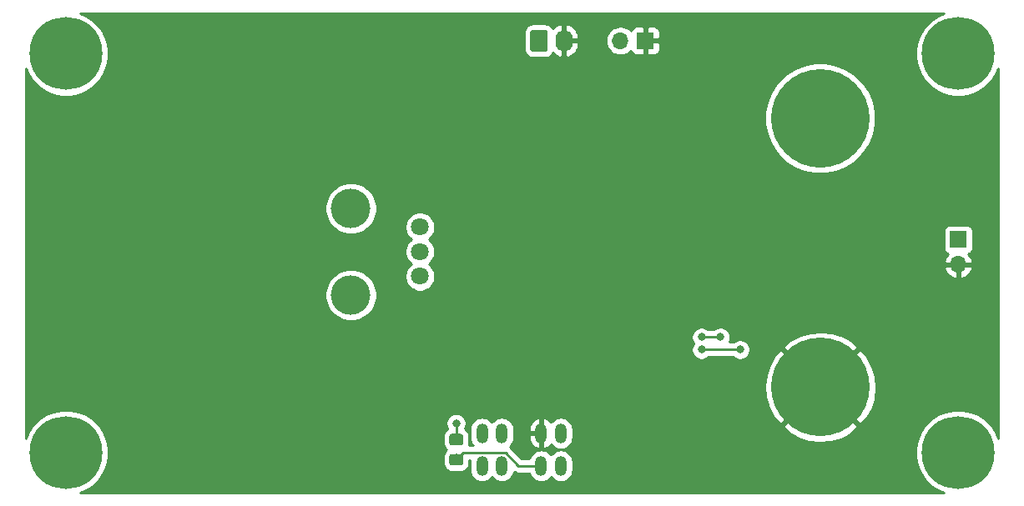
<source format=gbr>
G04 #@! TF.GenerationSoftware,KiCad,Pcbnew,(5.1.2-1)-1*
G04 #@! TF.CreationDate,2020-01-22T21:35:12+01:00*
G04 #@! TF.ProjectId,CCLoad,43434c6f-6164-42e6-9b69-6361645f7063,rev?*
G04 #@! TF.SameCoordinates,Original*
G04 #@! TF.FileFunction,Copper,L1,Top*
G04 #@! TF.FilePolarity,Positive*
%FSLAX46Y46*%
G04 Gerber Fmt 4.6, Leading zero omitted, Abs format (unit mm)*
G04 Created by KiCad (PCBNEW (5.1.2-1)-1) date 2020-01-22 21:35:12*
%MOMM*%
%LPD*%
G04 APERTURE LIST*
%ADD10C,10.000000*%
%ADD11O,1.200000X2.000000*%
%ADD12C,4.000000*%
%ADD13C,1.800000*%
%ADD14O,1.700000X1.700000*%
%ADD15R,1.700000X1.700000*%
%ADD16O,1.740000X2.200000*%
%ADD17C,0.100000*%
%ADD18C,1.740000*%
%ADD19C,7.400000*%
%ADD20C,1.150000*%
%ADD21C,0.800000*%
%ADD22C,0.250000*%
%ADD23C,0.254000*%
G04 APERTURE END LIST*
D10*
X182880000Y-116205000D03*
X182840000Y-88900000D03*
D11*
X148540000Y-120890000D03*
X148540000Y-124190000D03*
X150540000Y-120890000D03*
X150540000Y-124190000D03*
X154540000Y-120890000D03*
X154540000Y-124190000D03*
X156540000Y-120890000D03*
X156540000Y-124190000D03*
D12*
X135240000Y-98049000D03*
X135240000Y-106849000D03*
D13*
X142240000Y-99949000D03*
X142240000Y-102449000D03*
X142240000Y-104949000D03*
D14*
X162560000Y-81026000D03*
D15*
X165100000Y-81026000D03*
D16*
X156845000Y-81026000D03*
D17*
G36*
X154949505Y-79927204D02*
G01*
X154973773Y-79930804D01*
X154997572Y-79936765D01*
X155020671Y-79945030D01*
X155042850Y-79955520D01*
X155063893Y-79968132D01*
X155083599Y-79982747D01*
X155101777Y-79999223D01*
X155118253Y-80017401D01*
X155132868Y-80037107D01*
X155145480Y-80058150D01*
X155155970Y-80080329D01*
X155164235Y-80103428D01*
X155170196Y-80127227D01*
X155173796Y-80151495D01*
X155175000Y-80175999D01*
X155175000Y-81876001D01*
X155173796Y-81900505D01*
X155170196Y-81924773D01*
X155164235Y-81948572D01*
X155155970Y-81971671D01*
X155145480Y-81993850D01*
X155132868Y-82014893D01*
X155118253Y-82034599D01*
X155101777Y-82052777D01*
X155083599Y-82069253D01*
X155063893Y-82083868D01*
X155042850Y-82096480D01*
X155020671Y-82106970D01*
X154997572Y-82115235D01*
X154973773Y-82121196D01*
X154949505Y-82124796D01*
X154925001Y-82126000D01*
X153684999Y-82126000D01*
X153660495Y-82124796D01*
X153636227Y-82121196D01*
X153612428Y-82115235D01*
X153589329Y-82106970D01*
X153567150Y-82096480D01*
X153546107Y-82083868D01*
X153526401Y-82069253D01*
X153508223Y-82052777D01*
X153491747Y-82034599D01*
X153477132Y-82014893D01*
X153464520Y-81993850D01*
X153454030Y-81971671D01*
X153445765Y-81948572D01*
X153439804Y-81924773D01*
X153436204Y-81900505D01*
X153435000Y-81876001D01*
X153435000Y-80175999D01*
X153436204Y-80151495D01*
X153439804Y-80127227D01*
X153445765Y-80103428D01*
X153454030Y-80080329D01*
X153464520Y-80058150D01*
X153477132Y-80037107D01*
X153491747Y-80017401D01*
X153508223Y-79999223D01*
X153526401Y-79982747D01*
X153546107Y-79968132D01*
X153567150Y-79955520D01*
X153589329Y-79945030D01*
X153612428Y-79936765D01*
X153636227Y-79930804D01*
X153660495Y-79927204D01*
X153684999Y-79926000D01*
X154925001Y-79926000D01*
X154949505Y-79927204D01*
X154949505Y-79927204D01*
G37*
D18*
X154305000Y-81026000D03*
D14*
X196850000Y-103759000D03*
D15*
X196850000Y-101219000D03*
D19*
X196830000Y-122840000D03*
X196830000Y-82340000D03*
X106330000Y-122840000D03*
X106330000Y-82340000D03*
D17*
G36*
X146397505Y-123006204D02*
G01*
X146421773Y-123009804D01*
X146445572Y-123015765D01*
X146468671Y-123024030D01*
X146490850Y-123034520D01*
X146511893Y-123047132D01*
X146531599Y-123061747D01*
X146549777Y-123078223D01*
X146566253Y-123096401D01*
X146580868Y-123116107D01*
X146593480Y-123137150D01*
X146603970Y-123159329D01*
X146612235Y-123182428D01*
X146618196Y-123206227D01*
X146621796Y-123230495D01*
X146623000Y-123254999D01*
X146623000Y-123905001D01*
X146621796Y-123929505D01*
X146618196Y-123953773D01*
X146612235Y-123977572D01*
X146603970Y-124000671D01*
X146593480Y-124022850D01*
X146580868Y-124043893D01*
X146566253Y-124063599D01*
X146549777Y-124081777D01*
X146531599Y-124098253D01*
X146511893Y-124112868D01*
X146490850Y-124125480D01*
X146468671Y-124135970D01*
X146445572Y-124144235D01*
X146421773Y-124150196D01*
X146397505Y-124153796D01*
X146373001Y-124155000D01*
X145472999Y-124155000D01*
X145448495Y-124153796D01*
X145424227Y-124150196D01*
X145400428Y-124144235D01*
X145377329Y-124135970D01*
X145355150Y-124125480D01*
X145334107Y-124112868D01*
X145314401Y-124098253D01*
X145296223Y-124081777D01*
X145279747Y-124063599D01*
X145265132Y-124043893D01*
X145252520Y-124022850D01*
X145242030Y-124000671D01*
X145233765Y-123977572D01*
X145227804Y-123953773D01*
X145224204Y-123929505D01*
X145223000Y-123905001D01*
X145223000Y-123254999D01*
X145224204Y-123230495D01*
X145227804Y-123206227D01*
X145233765Y-123182428D01*
X145242030Y-123159329D01*
X145252520Y-123137150D01*
X145265132Y-123116107D01*
X145279747Y-123096401D01*
X145296223Y-123078223D01*
X145314401Y-123061747D01*
X145334107Y-123047132D01*
X145355150Y-123034520D01*
X145377329Y-123024030D01*
X145400428Y-123015765D01*
X145424227Y-123009804D01*
X145448495Y-123006204D01*
X145472999Y-123005000D01*
X146373001Y-123005000D01*
X146397505Y-123006204D01*
X146397505Y-123006204D01*
G37*
D20*
X145923000Y-123580000D03*
D17*
G36*
X146397505Y-120956204D02*
G01*
X146421773Y-120959804D01*
X146445572Y-120965765D01*
X146468671Y-120974030D01*
X146490850Y-120984520D01*
X146511893Y-120997132D01*
X146531599Y-121011747D01*
X146549777Y-121028223D01*
X146566253Y-121046401D01*
X146580868Y-121066107D01*
X146593480Y-121087150D01*
X146603970Y-121109329D01*
X146612235Y-121132428D01*
X146618196Y-121156227D01*
X146621796Y-121180495D01*
X146623000Y-121204999D01*
X146623000Y-121855001D01*
X146621796Y-121879505D01*
X146618196Y-121903773D01*
X146612235Y-121927572D01*
X146603970Y-121950671D01*
X146593480Y-121972850D01*
X146580868Y-121993893D01*
X146566253Y-122013599D01*
X146549777Y-122031777D01*
X146531599Y-122048253D01*
X146511893Y-122062868D01*
X146490850Y-122075480D01*
X146468671Y-122085970D01*
X146445572Y-122094235D01*
X146421773Y-122100196D01*
X146397505Y-122103796D01*
X146373001Y-122105000D01*
X145472999Y-122105000D01*
X145448495Y-122103796D01*
X145424227Y-122100196D01*
X145400428Y-122094235D01*
X145377329Y-122085970D01*
X145355150Y-122075480D01*
X145334107Y-122062868D01*
X145314401Y-122048253D01*
X145296223Y-122031777D01*
X145279747Y-122013599D01*
X145265132Y-121993893D01*
X145252520Y-121972850D01*
X145242030Y-121950671D01*
X145233765Y-121927572D01*
X145227804Y-121903773D01*
X145224204Y-121879505D01*
X145223000Y-121855001D01*
X145223000Y-121204999D01*
X145224204Y-121180495D01*
X145227804Y-121156227D01*
X145233765Y-121132428D01*
X145242030Y-121109329D01*
X145252520Y-121087150D01*
X145265132Y-121066107D01*
X145279747Y-121046401D01*
X145296223Y-121028223D01*
X145314401Y-121011747D01*
X145334107Y-120997132D01*
X145355150Y-120984520D01*
X145377329Y-120974030D01*
X145400428Y-120965765D01*
X145424227Y-120959804D01*
X145448495Y-120956204D01*
X145472999Y-120955000D01*
X146373001Y-120955000D01*
X146397505Y-120956204D01*
X146397505Y-120956204D01*
G37*
D20*
X145923000Y-121530000D03*
D21*
X150241000Y-100203000D03*
X150241000Y-104775000D03*
X145923000Y-119888000D03*
X170815000Y-111125000D03*
X172719994Y-111125000D03*
X170815000Y-112395000D03*
X174715010Y-112394801D03*
D22*
X146638010Y-122864990D02*
X146546372Y-122956628D01*
X146546372Y-122956628D02*
X145923000Y-123580000D01*
X150923151Y-122864990D02*
X146638010Y-122864990D01*
X152248161Y-124190000D02*
X150923151Y-122864990D01*
X154540000Y-124190000D02*
X152248161Y-124190000D01*
X145923000Y-121530000D02*
X145923000Y-119888000D01*
X170815000Y-111125000D02*
X172719994Y-111125000D01*
X170815000Y-112395000D02*
X174714811Y-112395000D01*
X174714811Y-112395000D02*
X174715010Y-112394801D01*
D23*
G36*
X194776608Y-78498373D02*
G01*
X194066599Y-78972786D01*
X193462786Y-79576599D01*
X192988373Y-80286608D01*
X192661592Y-81075527D01*
X192495000Y-81913040D01*
X192495000Y-82766960D01*
X192661592Y-83604473D01*
X192988373Y-84393392D01*
X193462786Y-85103401D01*
X194066599Y-85707214D01*
X194776608Y-86181627D01*
X195565527Y-86508408D01*
X196403040Y-86675000D01*
X197256960Y-86675000D01*
X198094473Y-86508408D01*
X198883392Y-86181627D01*
X199593401Y-85707214D01*
X200197214Y-85103401D01*
X200671627Y-84393392D01*
X200920001Y-83793764D01*
X200920000Y-121386233D01*
X200671627Y-120786608D01*
X200197214Y-120076599D01*
X199593401Y-119472786D01*
X198883392Y-118998373D01*
X198094473Y-118671592D01*
X197256960Y-118505000D01*
X196403040Y-118505000D01*
X195565527Y-118671592D01*
X194776608Y-118998373D01*
X194066599Y-119472786D01*
X193462786Y-120076599D01*
X192988373Y-120786608D01*
X192661592Y-121575527D01*
X192495000Y-122413040D01*
X192495000Y-123266960D01*
X192661592Y-124104473D01*
X192988373Y-124893392D01*
X193462786Y-125603401D01*
X194066599Y-126207214D01*
X194776608Y-126681627D01*
X195376233Y-126930000D01*
X107783767Y-126930000D01*
X108383392Y-126681627D01*
X109093401Y-126207214D01*
X109697214Y-125603401D01*
X110171627Y-124893392D01*
X110498408Y-124104473D01*
X110665000Y-123266960D01*
X110665000Y-122413040D01*
X110498408Y-121575527D01*
X110344931Y-121204999D01*
X144584928Y-121204999D01*
X144584928Y-121855001D01*
X144601992Y-122028255D01*
X144652528Y-122194851D01*
X144734595Y-122348387D01*
X144845038Y-122482962D01*
X144932816Y-122555000D01*
X144845038Y-122627038D01*
X144734595Y-122761613D01*
X144652528Y-122915149D01*
X144601992Y-123081745D01*
X144584928Y-123254999D01*
X144584928Y-123905001D01*
X144601992Y-124078255D01*
X144652528Y-124244851D01*
X144734595Y-124398387D01*
X144845038Y-124532962D01*
X144979613Y-124643405D01*
X145133149Y-124725472D01*
X145299745Y-124776008D01*
X145472999Y-124793072D01*
X146373001Y-124793072D01*
X146546255Y-124776008D01*
X146712851Y-124725472D01*
X146866387Y-124643405D01*
X147000962Y-124532962D01*
X147111405Y-124398387D01*
X147193472Y-124244851D01*
X147244008Y-124078255D01*
X147261072Y-123905001D01*
X147261072Y-123624990D01*
X147315277Y-123624990D01*
X147305000Y-123729335D01*
X147305000Y-124650664D01*
X147322870Y-124832101D01*
X147393489Y-125064900D01*
X147508167Y-125279448D01*
X147662498Y-125467502D01*
X147850551Y-125621833D01*
X148065099Y-125736511D01*
X148297898Y-125807130D01*
X148540000Y-125830975D01*
X148782101Y-125807130D01*
X149014900Y-125736511D01*
X149229448Y-125621833D01*
X149417502Y-125467502D01*
X149540000Y-125318237D01*
X149662498Y-125467502D01*
X149850551Y-125621833D01*
X150065099Y-125736511D01*
X150297898Y-125807130D01*
X150540000Y-125830975D01*
X150782101Y-125807130D01*
X151014900Y-125736511D01*
X151229448Y-125621833D01*
X151417502Y-125467502D01*
X151571833Y-125279449D01*
X151686511Y-125064901D01*
X151757130Y-124832102D01*
X151762772Y-124774820D01*
X151823884Y-124824974D01*
X151869870Y-124849554D01*
X151955914Y-124895546D01*
X152099175Y-124939003D01*
X152210828Y-124950000D01*
X152210837Y-124950000D01*
X152248160Y-124953676D01*
X152285483Y-124950000D01*
X153358634Y-124950000D01*
X153393489Y-125064900D01*
X153508167Y-125279448D01*
X153662498Y-125467502D01*
X153850551Y-125621833D01*
X154065099Y-125736511D01*
X154297898Y-125807130D01*
X154540000Y-125830975D01*
X154782101Y-125807130D01*
X155014900Y-125736511D01*
X155229448Y-125621833D01*
X155417502Y-125467502D01*
X155540000Y-125318237D01*
X155662498Y-125467502D01*
X155850551Y-125621833D01*
X156065099Y-125736511D01*
X156297898Y-125807130D01*
X156540000Y-125830975D01*
X156782101Y-125807130D01*
X157014900Y-125736511D01*
X157229448Y-125621833D01*
X157417502Y-125467502D01*
X157571833Y-125279449D01*
X157686511Y-125064901D01*
X157757130Y-124832102D01*
X157775000Y-124650665D01*
X157775000Y-123729336D01*
X157757130Y-123547899D01*
X157686511Y-123315099D01*
X157571833Y-123100551D01*
X157417502Y-122912498D01*
X157229449Y-122758167D01*
X157014901Y-122643489D01*
X156782102Y-122572870D01*
X156540000Y-122549025D01*
X156297899Y-122572870D01*
X156065100Y-122643489D01*
X155850552Y-122758167D01*
X155662499Y-122912498D01*
X155540001Y-123061763D01*
X155417502Y-122912498D01*
X155229449Y-122758167D01*
X155014901Y-122643489D01*
X154782102Y-122572870D01*
X154540000Y-122549025D01*
X154297899Y-122572870D01*
X154065100Y-122643489D01*
X153850552Y-122758167D01*
X153662499Y-122912498D01*
X153508168Y-123100551D01*
X153393489Y-123315099D01*
X153358634Y-123430000D01*
X152562963Y-123430000D01*
X151486955Y-122353993D01*
X151463152Y-122324989D01*
X151347427Y-122230016D01*
X151343734Y-122228042D01*
X151417502Y-122167502D01*
X151571833Y-121979449D01*
X151686511Y-121764901D01*
X151757130Y-121532102D01*
X151775000Y-121350665D01*
X151775000Y-121017000D01*
X153305000Y-121017000D01*
X153305000Y-121417000D01*
X153353507Y-121655496D01*
X153447610Y-121879946D01*
X153583693Y-122081725D01*
X153756526Y-122253078D01*
X153959467Y-122387421D01*
X154184718Y-122479591D01*
X154222391Y-122483462D01*
X154413000Y-122358731D01*
X154413000Y-121017000D01*
X153305000Y-121017000D01*
X151775000Y-121017000D01*
X151775000Y-120429336D01*
X151768467Y-120363000D01*
X153305000Y-120363000D01*
X153305000Y-120763000D01*
X154413000Y-120763000D01*
X154413000Y-119421269D01*
X154667000Y-119421269D01*
X154667000Y-120763000D01*
X154687000Y-120763000D01*
X154687000Y-121017000D01*
X154667000Y-121017000D01*
X154667000Y-122358731D01*
X154857609Y-122483462D01*
X154895282Y-122479591D01*
X155120533Y-122387421D01*
X155323474Y-122253078D01*
X155496307Y-122081725D01*
X155539519Y-122017651D01*
X155662498Y-122167502D01*
X155850551Y-122321833D01*
X156065099Y-122436511D01*
X156297898Y-122507130D01*
X156540000Y-122530975D01*
X156782101Y-122507130D01*
X157014900Y-122436511D01*
X157229448Y-122321833D01*
X157417502Y-122167502D01*
X157571833Y-121979449D01*
X157686511Y-121764901D01*
X157757130Y-121532102D01*
X157775000Y-121350665D01*
X157775000Y-120429336D01*
X157757130Y-120247899D01*
X157738153Y-120185339D01*
X179079266Y-120185339D01*
X179655387Y-120859365D01*
X180625368Y-121399024D01*
X181681994Y-121739079D01*
X182784659Y-121866462D01*
X183890987Y-121776279D01*
X184958464Y-121471994D01*
X185946067Y-120965302D01*
X186104613Y-120859365D01*
X186680734Y-120185339D01*
X182880000Y-116384605D01*
X179079266Y-120185339D01*
X157738153Y-120185339D01*
X157686511Y-120015099D01*
X157571833Y-119800551D01*
X157417502Y-119612498D01*
X157229449Y-119458167D01*
X157014901Y-119343489D01*
X156782102Y-119272870D01*
X156540000Y-119249025D01*
X156297899Y-119272870D01*
X156065100Y-119343489D01*
X155850552Y-119458167D01*
X155662499Y-119612498D01*
X155539520Y-119762349D01*
X155496307Y-119698275D01*
X155323474Y-119526922D01*
X155120533Y-119392579D01*
X154895282Y-119300409D01*
X154857609Y-119296538D01*
X154667000Y-119421269D01*
X154413000Y-119421269D01*
X154222391Y-119296538D01*
X154184718Y-119300409D01*
X153959467Y-119392579D01*
X153756526Y-119526922D01*
X153583693Y-119698275D01*
X153447610Y-119900054D01*
X153353507Y-120124504D01*
X153305000Y-120363000D01*
X151768467Y-120363000D01*
X151757130Y-120247899D01*
X151686511Y-120015099D01*
X151571833Y-119800551D01*
X151417502Y-119612498D01*
X151229449Y-119458167D01*
X151014901Y-119343489D01*
X150782102Y-119272870D01*
X150540000Y-119249025D01*
X150297899Y-119272870D01*
X150065100Y-119343489D01*
X149850552Y-119458167D01*
X149662499Y-119612498D01*
X149540001Y-119761763D01*
X149417502Y-119612498D01*
X149229449Y-119458167D01*
X149014901Y-119343489D01*
X148782102Y-119272870D01*
X148540000Y-119249025D01*
X148297899Y-119272870D01*
X148065100Y-119343489D01*
X147850552Y-119458167D01*
X147662499Y-119612498D01*
X147508168Y-119800551D01*
X147393489Y-120015099D01*
X147322870Y-120247898D01*
X147305000Y-120429335D01*
X147305000Y-121350664D01*
X147322870Y-121532101D01*
X147393489Y-121764900D01*
X147508167Y-121979448D01*
X147611196Y-122104990D01*
X147220731Y-122104990D01*
X147244008Y-122028255D01*
X147261072Y-121855001D01*
X147261072Y-121204999D01*
X147244008Y-121031745D01*
X147193472Y-120865149D01*
X147111405Y-120711613D01*
X147000962Y-120577038D01*
X146866387Y-120466595D01*
X146803602Y-120433036D01*
X146840205Y-120378256D01*
X146918226Y-120189898D01*
X146958000Y-119989939D01*
X146958000Y-119786061D01*
X146918226Y-119586102D01*
X146840205Y-119397744D01*
X146726937Y-119228226D01*
X146582774Y-119084063D01*
X146413256Y-118970795D01*
X146224898Y-118892774D01*
X146024939Y-118853000D01*
X145821061Y-118853000D01*
X145621102Y-118892774D01*
X145432744Y-118970795D01*
X145263226Y-119084063D01*
X145119063Y-119228226D01*
X145005795Y-119397744D01*
X144927774Y-119586102D01*
X144888000Y-119786061D01*
X144888000Y-119989939D01*
X144927774Y-120189898D01*
X145005795Y-120378256D01*
X145042398Y-120433036D01*
X144979613Y-120466595D01*
X144845038Y-120577038D01*
X144734595Y-120711613D01*
X144652528Y-120865149D01*
X144601992Y-121031745D01*
X144584928Y-121204999D01*
X110344931Y-121204999D01*
X110171627Y-120786608D01*
X109697214Y-120076599D01*
X109093401Y-119472786D01*
X108383392Y-118998373D01*
X107594473Y-118671592D01*
X106756960Y-118505000D01*
X105903040Y-118505000D01*
X105065527Y-118671592D01*
X104276608Y-118998373D01*
X103566599Y-119472786D01*
X102962786Y-120076599D01*
X102488373Y-120786608D01*
X102240000Y-121386233D01*
X102240000Y-116109659D01*
X177218538Y-116109659D01*
X177308721Y-117215987D01*
X177613006Y-118283464D01*
X178119698Y-119271067D01*
X178225635Y-119429613D01*
X178899661Y-120005734D01*
X182700395Y-116205000D01*
X183059605Y-116205000D01*
X186860339Y-120005734D01*
X187534365Y-119429613D01*
X188074024Y-118459632D01*
X188414079Y-117403006D01*
X188541462Y-116300341D01*
X188451279Y-115194013D01*
X188146994Y-114126536D01*
X187640302Y-113138933D01*
X187534365Y-112980387D01*
X186860339Y-112404266D01*
X183059605Y-116205000D01*
X182700395Y-116205000D01*
X178899661Y-112404266D01*
X178225635Y-112980387D01*
X177685976Y-113950368D01*
X177345921Y-115006994D01*
X177218538Y-116109659D01*
X102240000Y-116109659D01*
X102240000Y-111023061D01*
X169780000Y-111023061D01*
X169780000Y-111226939D01*
X169819774Y-111426898D01*
X169897795Y-111615256D01*
X169994510Y-111760000D01*
X169897795Y-111904744D01*
X169819774Y-112093102D01*
X169780000Y-112293061D01*
X169780000Y-112496939D01*
X169819774Y-112696898D01*
X169897795Y-112885256D01*
X170011063Y-113054774D01*
X170155226Y-113198937D01*
X170324744Y-113312205D01*
X170513102Y-113390226D01*
X170713061Y-113430000D01*
X170916939Y-113430000D01*
X171116898Y-113390226D01*
X171305256Y-113312205D01*
X171474774Y-113198937D01*
X171518711Y-113155000D01*
X174011498Y-113155000D01*
X174055236Y-113198738D01*
X174224754Y-113312006D01*
X174413112Y-113390027D01*
X174613071Y-113429801D01*
X174816949Y-113429801D01*
X175016908Y-113390027D01*
X175205266Y-113312006D01*
X175374784Y-113198738D01*
X175518947Y-113054575D01*
X175632215Y-112885057D01*
X175710236Y-112696699D01*
X175750010Y-112496740D01*
X175750010Y-112292862D01*
X175736445Y-112224661D01*
X179079266Y-112224661D01*
X182880000Y-116025395D01*
X186680734Y-112224661D01*
X186104613Y-111550635D01*
X185134632Y-111010976D01*
X184078006Y-110670921D01*
X182975341Y-110543538D01*
X181869013Y-110633721D01*
X180801536Y-110938006D01*
X179813933Y-111444698D01*
X179655387Y-111550635D01*
X179079266Y-112224661D01*
X175736445Y-112224661D01*
X175710236Y-112092903D01*
X175632215Y-111904545D01*
X175518947Y-111735027D01*
X175374784Y-111590864D01*
X175205266Y-111477596D01*
X175016908Y-111399575D01*
X174816949Y-111359801D01*
X174613071Y-111359801D01*
X174413112Y-111399575D01*
X174224754Y-111477596D01*
X174055236Y-111590864D01*
X174011100Y-111635000D01*
X173624007Y-111635000D01*
X173637199Y-111615256D01*
X173715220Y-111426898D01*
X173754994Y-111226939D01*
X173754994Y-111023061D01*
X173715220Y-110823102D01*
X173637199Y-110634744D01*
X173523931Y-110465226D01*
X173379768Y-110321063D01*
X173210250Y-110207795D01*
X173021892Y-110129774D01*
X172821933Y-110090000D01*
X172618055Y-110090000D01*
X172418096Y-110129774D01*
X172229738Y-110207795D01*
X172060220Y-110321063D01*
X172016283Y-110365000D01*
X171518711Y-110365000D01*
X171474774Y-110321063D01*
X171305256Y-110207795D01*
X171116898Y-110129774D01*
X170916939Y-110090000D01*
X170713061Y-110090000D01*
X170513102Y-110129774D01*
X170324744Y-110207795D01*
X170155226Y-110321063D01*
X170011063Y-110465226D01*
X169897795Y-110634744D01*
X169819774Y-110823102D01*
X169780000Y-111023061D01*
X102240000Y-111023061D01*
X102240000Y-106589475D01*
X132605000Y-106589475D01*
X132605000Y-107108525D01*
X132706261Y-107617601D01*
X132904893Y-108097141D01*
X133193262Y-108528715D01*
X133560285Y-108895738D01*
X133991859Y-109184107D01*
X134471399Y-109382739D01*
X134980475Y-109484000D01*
X135499525Y-109484000D01*
X136008601Y-109382739D01*
X136488141Y-109184107D01*
X136919715Y-108895738D01*
X137286738Y-108528715D01*
X137575107Y-108097141D01*
X137773739Y-107617601D01*
X137875000Y-107108525D01*
X137875000Y-106589475D01*
X137773739Y-106080399D01*
X137575107Y-105600859D01*
X137286738Y-105169285D01*
X136919715Y-104802262D01*
X136488141Y-104513893D01*
X136008601Y-104315261D01*
X135499525Y-104214000D01*
X134980475Y-104214000D01*
X134471399Y-104315261D01*
X133991859Y-104513893D01*
X133560285Y-104802262D01*
X133193262Y-105169285D01*
X132904893Y-105600859D01*
X132706261Y-106080399D01*
X132605000Y-106589475D01*
X102240000Y-106589475D01*
X102240000Y-97789475D01*
X132605000Y-97789475D01*
X132605000Y-98308525D01*
X132706261Y-98817601D01*
X132904893Y-99297141D01*
X133193262Y-99728715D01*
X133560285Y-100095738D01*
X133991859Y-100384107D01*
X134471399Y-100582739D01*
X134980475Y-100684000D01*
X135499525Y-100684000D01*
X136008601Y-100582739D01*
X136488141Y-100384107D01*
X136919715Y-100095738D01*
X137217637Y-99797816D01*
X140705000Y-99797816D01*
X140705000Y-100100184D01*
X140763989Y-100396743D01*
X140879701Y-100676095D01*
X141047688Y-100927505D01*
X141261495Y-101141312D01*
X141347831Y-101199000D01*
X141261495Y-101256688D01*
X141047688Y-101470495D01*
X140879701Y-101721905D01*
X140763989Y-102001257D01*
X140705000Y-102297816D01*
X140705000Y-102600184D01*
X140763989Y-102896743D01*
X140879701Y-103176095D01*
X141047688Y-103427505D01*
X141261495Y-103641312D01*
X141347831Y-103699000D01*
X141261495Y-103756688D01*
X141047688Y-103970495D01*
X140879701Y-104221905D01*
X140763989Y-104501257D01*
X140705000Y-104797816D01*
X140705000Y-105100184D01*
X140763989Y-105396743D01*
X140879701Y-105676095D01*
X141047688Y-105927505D01*
X141261495Y-106141312D01*
X141512905Y-106309299D01*
X141792257Y-106425011D01*
X142088816Y-106484000D01*
X142391184Y-106484000D01*
X142687743Y-106425011D01*
X142967095Y-106309299D01*
X143218505Y-106141312D01*
X143432312Y-105927505D01*
X143600299Y-105676095D01*
X143716011Y-105396743D01*
X143775000Y-105100184D01*
X143775000Y-104797816D01*
X143716011Y-104501257D01*
X143600299Y-104221905D01*
X143529462Y-104115890D01*
X195408524Y-104115890D01*
X195453175Y-104263099D01*
X195578359Y-104525920D01*
X195752412Y-104759269D01*
X195968645Y-104954178D01*
X196218748Y-105103157D01*
X196493109Y-105200481D01*
X196723000Y-105079814D01*
X196723000Y-103886000D01*
X196977000Y-103886000D01*
X196977000Y-105079814D01*
X197206891Y-105200481D01*
X197481252Y-105103157D01*
X197731355Y-104954178D01*
X197947588Y-104759269D01*
X198121641Y-104525920D01*
X198246825Y-104263099D01*
X198291476Y-104115890D01*
X198170155Y-103886000D01*
X196977000Y-103886000D01*
X196723000Y-103886000D01*
X195529845Y-103886000D01*
X195408524Y-104115890D01*
X143529462Y-104115890D01*
X143432312Y-103970495D01*
X143218505Y-103756688D01*
X143132169Y-103699000D01*
X143218505Y-103641312D01*
X143432312Y-103427505D01*
X143600299Y-103176095D01*
X143716011Y-102896743D01*
X143775000Y-102600184D01*
X143775000Y-102297816D01*
X143716011Y-102001257D01*
X143600299Y-101721905D01*
X143432312Y-101470495D01*
X143218505Y-101256688D01*
X143132169Y-101199000D01*
X143218505Y-101141312D01*
X143432312Y-100927505D01*
X143600299Y-100676095D01*
X143716011Y-100396743D01*
X143721529Y-100369000D01*
X195361928Y-100369000D01*
X195361928Y-102069000D01*
X195374188Y-102193482D01*
X195410498Y-102313180D01*
X195469463Y-102423494D01*
X195548815Y-102520185D01*
X195645506Y-102599537D01*
X195755820Y-102658502D01*
X195836466Y-102682966D01*
X195752412Y-102758731D01*
X195578359Y-102992080D01*
X195453175Y-103254901D01*
X195408524Y-103402110D01*
X195529845Y-103632000D01*
X196723000Y-103632000D01*
X196723000Y-103612000D01*
X196977000Y-103612000D01*
X196977000Y-103632000D01*
X198170155Y-103632000D01*
X198291476Y-103402110D01*
X198246825Y-103254901D01*
X198121641Y-102992080D01*
X197947588Y-102758731D01*
X197863534Y-102682966D01*
X197944180Y-102658502D01*
X198054494Y-102599537D01*
X198151185Y-102520185D01*
X198230537Y-102423494D01*
X198289502Y-102313180D01*
X198325812Y-102193482D01*
X198338072Y-102069000D01*
X198338072Y-100369000D01*
X198325812Y-100244518D01*
X198289502Y-100124820D01*
X198230537Y-100014506D01*
X198151185Y-99917815D01*
X198054494Y-99838463D01*
X197944180Y-99779498D01*
X197824482Y-99743188D01*
X197700000Y-99730928D01*
X196000000Y-99730928D01*
X195875518Y-99743188D01*
X195755820Y-99779498D01*
X195645506Y-99838463D01*
X195548815Y-99917815D01*
X195469463Y-100014506D01*
X195410498Y-100124820D01*
X195374188Y-100244518D01*
X195361928Y-100369000D01*
X143721529Y-100369000D01*
X143775000Y-100100184D01*
X143775000Y-99797816D01*
X143716011Y-99501257D01*
X143600299Y-99221905D01*
X143432312Y-98970495D01*
X143218505Y-98756688D01*
X142967095Y-98588701D01*
X142687743Y-98472989D01*
X142391184Y-98414000D01*
X142088816Y-98414000D01*
X141792257Y-98472989D01*
X141512905Y-98588701D01*
X141261495Y-98756688D01*
X141047688Y-98970495D01*
X140879701Y-99221905D01*
X140763989Y-99501257D01*
X140705000Y-99797816D01*
X137217637Y-99797816D01*
X137286738Y-99728715D01*
X137575107Y-99297141D01*
X137773739Y-98817601D01*
X137875000Y-98308525D01*
X137875000Y-97789475D01*
X137773739Y-97280399D01*
X137575107Y-96800859D01*
X137286738Y-96369285D01*
X136919715Y-96002262D01*
X136488141Y-95713893D01*
X136008601Y-95515261D01*
X135499525Y-95414000D01*
X134980475Y-95414000D01*
X134471399Y-95515261D01*
X133991859Y-95713893D01*
X133560285Y-96002262D01*
X133193262Y-96369285D01*
X132904893Y-96800859D01*
X132706261Y-97280399D01*
X132605000Y-97789475D01*
X102240000Y-97789475D01*
X102240000Y-88345001D01*
X177205000Y-88345001D01*
X177205000Y-89454999D01*
X177421550Y-90543669D01*
X177846328Y-91569173D01*
X178463010Y-92492103D01*
X179247897Y-93276990D01*
X180170827Y-93893672D01*
X181196331Y-94318450D01*
X182285001Y-94535000D01*
X183394999Y-94535000D01*
X184483669Y-94318450D01*
X185509173Y-93893672D01*
X186432103Y-93276990D01*
X187216990Y-92492103D01*
X187833672Y-91569173D01*
X188258450Y-90543669D01*
X188475000Y-89454999D01*
X188475000Y-88345001D01*
X188258450Y-87256331D01*
X187833672Y-86230827D01*
X187216990Y-85307897D01*
X186432103Y-84523010D01*
X185509173Y-83906328D01*
X184483669Y-83481550D01*
X183394999Y-83265000D01*
X182285001Y-83265000D01*
X181196331Y-83481550D01*
X180170827Y-83906328D01*
X179247897Y-84523010D01*
X178463010Y-85307897D01*
X177846328Y-86230827D01*
X177421550Y-87256331D01*
X177205000Y-88345001D01*
X102240000Y-88345001D01*
X102240000Y-83793767D01*
X102488373Y-84393392D01*
X102962786Y-85103401D01*
X103566599Y-85707214D01*
X104276608Y-86181627D01*
X105065527Y-86508408D01*
X105903040Y-86675000D01*
X106756960Y-86675000D01*
X107594473Y-86508408D01*
X108383392Y-86181627D01*
X109093401Y-85707214D01*
X109697214Y-85103401D01*
X110171627Y-84393392D01*
X110498408Y-83604473D01*
X110665000Y-82766960D01*
X110665000Y-81913040D01*
X110498408Y-81075527D01*
X110171627Y-80286608D01*
X110097721Y-80175999D01*
X152796928Y-80175999D01*
X152796928Y-81876001D01*
X152813992Y-82049255D01*
X152864528Y-82215851D01*
X152946595Y-82369387D01*
X153057038Y-82503962D01*
X153191613Y-82614405D01*
X153345149Y-82696472D01*
X153511745Y-82747008D01*
X153684999Y-82764072D01*
X154925001Y-82764072D01*
X155098255Y-82747008D01*
X155264851Y-82696472D01*
X155418387Y-82614405D01*
X155552962Y-82503962D01*
X155663405Y-82369387D01*
X155721507Y-82260686D01*
X155874506Y-82416536D01*
X156119563Y-82583571D01*
X156392498Y-82699588D01*
X156484969Y-82717302D01*
X156718000Y-82596246D01*
X156718000Y-81153000D01*
X156972000Y-81153000D01*
X156972000Y-82596246D01*
X157205031Y-82717302D01*
X157297502Y-82699588D01*
X157570437Y-82583571D01*
X157815494Y-82416536D01*
X158023256Y-82204903D01*
X158185738Y-81956804D01*
X158296696Y-81681773D01*
X158351866Y-81390380D01*
X158195586Y-81153000D01*
X156972000Y-81153000D01*
X156718000Y-81153000D01*
X156698000Y-81153000D01*
X156698000Y-81026000D01*
X161067815Y-81026000D01*
X161096487Y-81317111D01*
X161181401Y-81597034D01*
X161319294Y-81855014D01*
X161504866Y-82081134D01*
X161730986Y-82266706D01*
X161988966Y-82404599D01*
X162268889Y-82489513D01*
X162487050Y-82511000D01*
X162632950Y-82511000D01*
X162851111Y-82489513D01*
X163131034Y-82404599D01*
X163389014Y-82266706D01*
X163615134Y-82081134D01*
X163639607Y-82051313D01*
X163660498Y-82120180D01*
X163719463Y-82230494D01*
X163798815Y-82327185D01*
X163895506Y-82406537D01*
X164005820Y-82465502D01*
X164125518Y-82501812D01*
X164250000Y-82514072D01*
X164814250Y-82511000D01*
X164973000Y-82352250D01*
X164973000Y-81153000D01*
X165227000Y-81153000D01*
X165227000Y-82352250D01*
X165385750Y-82511000D01*
X165950000Y-82514072D01*
X166074482Y-82501812D01*
X166194180Y-82465502D01*
X166304494Y-82406537D01*
X166401185Y-82327185D01*
X166480537Y-82230494D01*
X166539502Y-82120180D01*
X166575812Y-82000482D01*
X166588072Y-81876000D01*
X166585000Y-81311750D01*
X166426250Y-81153000D01*
X165227000Y-81153000D01*
X164973000Y-81153000D01*
X164953000Y-81153000D01*
X164953000Y-80899000D01*
X164973000Y-80899000D01*
X164973000Y-79699750D01*
X165227000Y-79699750D01*
X165227000Y-80899000D01*
X166426250Y-80899000D01*
X166585000Y-80740250D01*
X166588072Y-80176000D01*
X166575812Y-80051518D01*
X166539502Y-79931820D01*
X166480537Y-79821506D01*
X166401185Y-79724815D01*
X166304494Y-79645463D01*
X166194180Y-79586498D01*
X166074482Y-79550188D01*
X165950000Y-79537928D01*
X165385750Y-79541000D01*
X165227000Y-79699750D01*
X164973000Y-79699750D01*
X164814250Y-79541000D01*
X164250000Y-79537928D01*
X164125518Y-79550188D01*
X164005820Y-79586498D01*
X163895506Y-79645463D01*
X163798815Y-79724815D01*
X163719463Y-79821506D01*
X163660498Y-79931820D01*
X163639607Y-80000687D01*
X163615134Y-79970866D01*
X163389014Y-79785294D01*
X163131034Y-79647401D01*
X162851111Y-79562487D01*
X162632950Y-79541000D01*
X162487050Y-79541000D01*
X162268889Y-79562487D01*
X161988966Y-79647401D01*
X161730986Y-79785294D01*
X161504866Y-79970866D01*
X161319294Y-80196986D01*
X161181401Y-80454966D01*
X161096487Y-80734889D01*
X161067815Y-81026000D01*
X156698000Y-81026000D01*
X156698000Y-80899000D01*
X156718000Y-80899000D01*
X156718000Y-79455754D01*
X156972000Y-79455754D01*
X156972000Y-80899000D01*
X158195586Y-80899000D01*
X158351866Y-80661620D01*
X158296696Y-80370227D01*
X158185738Y-80095196D01*
X158023256Y-79847097D01*
X157815494Y-79635464D01*
X157570437Y-79468429D01*
X157297502Y-79352412D01*
X157205031Y-79334698D01*
X156972000Y-79455754D01*
X156718000Y-79455754D01*
X156484969Y-79334698D01*
X156392498Y-79352412D01*
X156119563Y-79468429D01*
X155874506Y-79635464D01*
X155721507Y-79791314D01*
X155663405Y-79682613D01*
X155552962Y-79548038D01*
X155418387Y-79437595D01*
X155264851Y-79355528D01*
X155098255Y-79304992D01*
X154925001Y-79287928D01*
X153684999Y-79287928D01*
X153511745Y-79304992D01*
X153345149Y-79355528D01*
X153191613Y-79437595D01*
X153057038Y-79548038D01*
X152946595Y-79682613D01*
X152864528Y-79836149D01*
X152813992Y-80002745D01*
X152796928Y-80175999D01*
X110097721Y-80175999D01*
X109697214Y-79576599D01*
X109093401Y-78972786D01*
X108383392Y-78498373D01*
X107783767Y-78250000D01*
X195376233Y-78250000D01*
X194776608Y-78498373D01*
X194776608Y-78498373D01*
G37*
X194776608Y-78498373D02*
X194066599Y-78972786D01*
X193462786Y-79576599D01*
X192988373Y-80286608D01*
X192661592Y-81075527D01*
X192495000Y-81913040D01*
X192495000Y-82766960D01*
X192661592Y-83604473D01*
X192988373Y-84393392D01*
X193462786Y-85103401D01*
X194066599Y-85707214D01*
X194776608Y-86181627D01*
X195565527Y-86508408D01*
X196403040Y-86675000D01*
X197256960Y-86675000D01*
X198094473Y-86508408D01*
X198883392Y-86181627D01*
X199593401Y-85707214D01*
X200197214Y-85103401D01*
X200671627Y-84393392D01*
X200920001Y-83793764D01*
X200920000Y-121386233D01*
X200671627Y-120786608D01*
X200197214Y-120076599D01*
X199593401Y-119472786D01*
X198883392Y-118998373D01*
X198094473Y-118671592D01*
X197256960Y-118505000D01*
X196403040Y-118505000D01*
X195565527Y-118671592D01*
X194776608Y-118998373D01*
X194066599Y-119472786D01*
X193462786Y-120076599D01*
X192988373Y-120786608D01*
X192661592Y-121575527D01*
X192495000Y-122413040D01*
X192495000Y-123266960D01*
X192661592Y-124104473D01*
X192988373Y-124893392D01*
X193462786Y-125603401D01*
X194066599Y-126207214D01*
X194776608Y-126681627D01*
X195376233Y-126930000D01*
X107783767Y-126930000D01*
X108383392Y-126681627D01*
X109093401Y-126207214D01*
X109697214Y-125603401D01*
X110171627Y-124893392D01*
X110498408Y-124104473D01*
X110665000Y-123266960D01*
X110665000Y-122413040D01*
X110498408Y-121575527D01*
X110344931Y-121204999D01*
X144584928Y-121204999D01*
X144584928Y-121855001D01*
X144601992Y-122028255D01*
X144652528Y-122194851D01*
X144734595Y-122348387D01*
X144845038Y-122482962D01*
X144932816Y-122555000D01*
X144845038Y-122627038D01*
X144734595Y-122761613D01*
X144652528Y-122915149D01*
X144601992Y-123081745D01*
X144584928Y-123254999D01*
X144584928Y-123905001D01*
X144601992Y-124078255D01*
X144652528Y-124244851D01*
X144734595Y-124398387D01*
X144845038Y-124532962D01*
X144979613Y-124643405D01*
X145133149Y-124725472D01*
X145299745Y-124776008D01*
X145472999Y-124793072D01*
X146373001Y-124793072D01*
X146546255Y-124776008D01*
X146712851Y-124725472D01*
X146866387Y-124643405D01*
X147000962Y-124532962D01*
X147111405Y-124398387D01*
X147193472Y-124244851D01*
X147244008Y-124078255D01*
X147261072Y-123905001D01*
X147261072Y-123624990D01*
X147315277Y-123624990D01*
X147305000Y-123729335D01*
X147305000Y-124650664D01*
X147322870Y-124832101D01*
X147393489Y-125064900D01*
X147508167Y-125279448D01*
X147662498Y-125467502D01*
X147850551Y-125621833D01*
X148065099Y-125736511D01*
X148297898Y-125807130D01*
X148540000Y-125830975D01*
X148782101Y-125807130D01*
X149014900Y-125736511D01*
X149229448Y-125621833D01*
X149417502Y-125467502D01*
X149540000Y-125318237D01*
X149662498Y-125467502D01*
X149850551Y-125621833D01*
X150065099Y-125736511D01*
X150297898Y-125807130D01*
X150540000Y-125830975D01*
X150782101Y-125807130D01*
X151014900Y-125736511D01*
X151229448Y-125621833D01*
X151417502Y-125467502D01*
X151571833Y-125279449D01*
X151686511Y-125064901D01*
X151757130Y-124832102D01*
X151762772Y-124774820D01*
X151823884Y-124824974D01*
X151869870Y-124849554D01*
X151955914Y-124895546D01*
X152099175Y-124939003D01*
X152210828Y-124950000D01*
X152210837Y-124950000D01*
X152248160Y-124953676D01*
X152285483Y-124950000D01*
X153358634Y-124950000D01*
X153393489Y-125064900D01*
X153508167Y-125279448D01*
X153662498Y-125467502D01*
X153850551Y-125621833D01*
X154065099Y-125736511D01*
X154297898Y-125807130D01*
X154540000Y-125830975D01*
X154782101Y-125807130D01*
X155014900Y-125736511D01*
X155229448Y-125621833D01*
X155417502Y-125467502D01*
X155540000Y-125318237D01*
X155662498Y-125467502D01*
X155850551Y-125621833D01*
X156065099Y-125736511D01*
X156297898Y-125807130D01*
X156540000Y-125830975D01*
X156782101Y-125807130D01*
X157014900Y-125736511D01*
X157229448Y-125621833D01*
X157417502Y-125467502D01*
X157571833Y-125279449D01*
X157686511Y-125064901D01*
X157757130Y-124832102D01*
X157775000Y-124650665D01*
X157775000Y-123729336D01*
X157757130Y-123547899D01*
X157686511Y-123315099D01*
X157571833Y-123100551D01*
X157417502Y-122912498D01*
X157229449Y-122758167D01*
X157014901Y-122643489D01*
X156782102Y-122572870D01*
X156540000Y-122549025D01*
X156297899Y-122572870D01*
X156065100Y-122643489D01*
X155850552Y-122758167D01*
X155662499Y-122912498D01*
X155540001Y-123061763D01*
X155417502Y-122912498D01*
X155229449Y-122758167D01*
X155014901Y-122643489D01*
X154782102Y-122572870D01*
X154540000Y-122549025D01*
X154297899Y-122572870D01*
X154065100Y-122643489D01*
X153850552Y-122758167D01*
X153662499Y-122912498D01*
X153508168Y-123100551D01*
X153393489Y-123315099D01*
X153358634Y-123430000D01*
X152562963Y-123430000D01*
X151486955Y-122353993D01*
X151463152Y-122324989D01*
X151347427Y-122230016D01*
X151343734Y-122228042D01*
X151417502Y-122167502D01*
X151571833Y-121979449D01*
X151686511Y-121764901D01*
X151757130Y-121532102D01*
X151775000Y-121350665D01*
X151775000Y-121017000D01*
X153305000Y-121017000D01*
X153305000Y-121417000D01*
X153353507Y-121655496D01*
X153447610Y-121879946D01*
X153583693Y-122081725D01*
X153756526Y-122253078D01*
X153959467Y-122387421D01*
X154184718Y-122479591D01*
X154222391Y-122483462D01*
X154413000Y-122358731D01*
X154413000Y-121017000D01*
X153305000Y-121017000D01*
X151775000Y-121017000D01*
X151775000Y-120429336D01*
X151768467Y-120363000D01*
X153305000Y-120363000D01*
X153305000Y-120763000D01*
X154413000Y-120763000D01*
X154413000Y-119421269D01*
X154667000Y-119421269D01*
X154667000Y-120763000D01*
X154687000Y-120763000D01*
X154687000Y-121017000D01*
X154667000Y-121017000D01*
X154667000Y-122358731D01*
X154857609Y-122483462D01*
X154895282Y-122479591D01*
X155120533Y-122387421D01*
X155323474Y-122253078D01*
X155496307Y-122081725D01*
X155539519Y-122017651D01*
X155662498Y-122167502D01*
X155850551Y-122321833D01*
X156065099Y-122436511D01*
X156297898Y-122507130D01*
X156540000Y-122530975D01*
X156782101Y-122507130D01*
X157014900Y-122436511D01*
X157229448Y-122321833D01*
X157417502Y-122167502D01*
X157571833Y-121979449D01*
X157686511Y-121764901D01*
X157757130Y-121532102D01*
X157775000Y-121350665D01*
X157775000Y-120429336D01*
X157757130Y-120247899D01*
X157738153Y-120185339D01*
X179079266Y-120185339D01*
X179655387Y-120859365D01*
X180625368Y-121399024D01*
X181681994Y-121739079D01*
X182784659Y-121866462D01*
X183890987Y-121776279D01*
X184958464Y-121471994D01*
X185946067Y-120965302D01*
X186104613Y-120859365D01*
X186680734Y-120185339D01*
X182880000Y-116384605D01*
X179079266Y-120185339D01*
X157738153Y-120185339D01*
X157686511Y-120015099D01*
X157571833Y-119800551D01*
X157417502Y-119612498D01*
X157229449Y-119458167D01*
X157014901Y-119343489D01*
X156782102Y-119272870D01*
X156540000Y-119249025D01*
X156297899Y-119272870D01*
X156065100Y-119343489D01*
X155850552Y-119458167D01*
X155662499Y-119612498D01*
X155539520Y-119762349D01*
X155496307Y-119698275D01*
X155323474Y-119526922D01*
X155120533Y-119392579D01*
X154895282Y-119300409D01*
X154857609Y-119296538D01*
X154667000Y-119421269D01*
X154413000Y-119421269D01*
X154222391Y-119296538D01*
X154184718Y-119300409D01*
X153959467Y-119392579D01*
X153756526Y-119526922D01*
X153583693Y-119698275D01*
X153447610Y-119900054D01*
X153353507Y-120124504D01*
X153305000Y-120363000D01*
X151768467Y-120363000D01*
X151757130Y-120247899D01*
X151686511Y-120015099D01*
X151571833Y-119800551D01*
X151417502Y-119612498D01*
X151229449Y-119458167D01*
X151014901Y-119343489D01*
X150782102Y-119272870D01*
X150540000Y-119249025D01*
X150297899Y-119272870D01*
X150065100Y-119343489D01*
X149850552Y-119458167D01*
X149662499Y-119612498D01*
X149540001Y-119761763D01*
X149417502Y-119612498D01*
X149229449Y-119458167D01*
X149014901Y-119343489D01*
X148782102Y-119272870D01*
X148540000Y-119249025D01*
X148297899Y-119272870D01*
X148065100Y-119343489D01*
X147850552Y-119458167D01*
X147662499Y-119612498D01*
X147508168Y-119800551D01*
X147393489Y-120015099D01*
X147322870Y-120247898D01*
X147305000Y-120429335D01*
X147305000Y-121350664D01*
X147322870Y-121532101D01*
X147393489Y-121764900D01*
X147508167Y-121979448D01*
X147611196Y-122104990D01*
X147220731Y-122104990D01*
X147244008Y-122028255D01*
X147261072Y-121855001D01*
X147261072Y-121204999D01*
X147244008Y-121031745D01*
X147193472Y-120865149D01*
X147111405Y-120711613D01*
X147000962Y-120577038D01*
X146866387Y-120466595D01*
X146803602Y-120433036D01*
X146840205Y-120378256D01*
X146918226Y-120189898D01*
X146958000Y-119989939D01*
X146958000Y-119786061D01*
X146918226Y-119586102D01*
X146840205Y-119397744D01*
X146726937Y-119228226D01*
X146582774Y-119084063D01*
X146413256Y-118970795D01*
X146224898Y-118892774D01*
X146024939Y-118853000D01*
X145821061Y-118853000D01*
X145621102Y-118892774D01*
X145432744Y-118970795D01*
X145263226Y-119084063D01*
X145119063Y-119228226D01*
X145005795Y-119397744D01*
X144927774Y-119586102D01*
X144888000Y-119786061D01*
X144888000Y-119989939D01*
X144927774Y-120189898D01*
X145005795Y-120378256D01*
X145042398Y-120433036D01*
X144979613Y-120466595D01*
X144845038Y-120577038D01*
X144734595Y-120711613D01*
X144652528Y-120865149D01*
X144601992Y-121031745D01*
X144584928Y-121204999D01*
X110344931Y-121204999D01*
X110171627Y-120786608D01*
X109697214Y-120076599D01*
X109093401Y-119472786D01*
X108383392Y-118998373D01*
X107594473Y-118671592D01*
X106756960Y-118505000D01*
X105903040Y-118505000D01*
X105065527Y-118671592D01*
X104276608Y-118998373D01*
X103566599Y-119472786D01*
X102962786Y-120076599D01*
X102488373Y-120786608D01*
X102240000Y-121386233D01*
X102240000Y-116109659D01*
X177218538Y-116109659D01*
X177308721Y-117215987D01*
X177613006Y-118283464D01*
X178119698Y-119271067D01*
X178225635Y-119429613D01*
X178899661Y-120005734D01*
X182700395Y-116205000D01*
X183059605Y-116205000D01*
X186860339Y-120005734D01*
X187534365Y-119429613D01*
X188074024Y-118459632D01*
X188414079Y-117403006D01*
X188541462Y-116300341D01*
X188451279Y-115194013D01*
X188146994Y-114126536D01*
X187640302Y-113138933D01*
X187534365Y-112980387D01*
X186860339Y-112404266D01*
X183059605Y-116205000D01*
X182700395Y-116205000D01*
X178899661Y-112404266D01*
X178225635Y-112980387D01*
X177685976Y-113950368D01*
X177345921Y-115006994D01*
X177218538Y-116109659D01*
X102240000Y-116109659D01*
X102240000Y-111023061D01*
X169780000Y-111023061D01*
X169780000Y-111226939D01*
X169819774Y-111426898D01*
X169897795Y-111615256D01*
X169994510Y-111760000D01*
X169897795Y-111904744D01*
X169819774Y-112093102D01*
X169780000Y-112293061D01*
X169780000Y-112496939D01*
X169819774Y-112696898D01*
X169897795Y-112885256D01*
X170011063Y-113054774D01*
X170155226Y-113198937D01*
X170324744Y-113312205D01*
X170513102Y-113390226D01*
X170713061Y-113430000D01*
X170916939Y-113430000D01*
X171116898Y-113390226D01*
X171305256Y-113312205D01*
X171474774Y-113198937D01*
X171518711Y-113155000D01*
X174011498Y-113155000D01*
X174055236Y-113198738D01*
X174224754Y-113312006D01*
X174413112Y-113390027D01*
X174613071Y-113429801D01*
X174816949Y-113429801D01*
X175016908Y-113390027D01*
X175205266Y-113312006D01*
X175374784Y-113198738D01*
X175518947Y-113054575D01*
X175632215Y-112885057D01*
X175710236Y-112696699D01*
X175750010Y-112496740D01*
X175750010Y-112292862D01*
X175736445Y-112224661D01*
X179079266Y-112224661D01*
X182880000Y-116025395D01*
X186680734Y-112224661D01*
X186104613Y-111550635D01*
X185134632Y-111010976D01*
X184078006Y-110670921D01*
X182975341Y-110543538D01*
X181869013Y-110633721D01*
X180801536Y-110938006D01*
X179813933Y-111444698D01*
X179655387Y-111550635D01*
X179079266Y-112224661D01*
X175736445Y-112224661D01*
X175710236Y-112092903D01*
X175632215Y-111904545D01*
X175518947Y-111735027D01*
X175374784Y-111590864D01*
X175205266Y-111477596D01*
X175016908Y-111399575D01*
X174816949Y-111359801D01*
X174613071Y-111359801D01*
X174413112Y-111399575D01*
X174224754Y-111477596D01*
X174055236Y-111590864D01*
X174011100Y-111635000D01*
X173624007Y-111635000D01*
X173637199Y-111615256D01*
X173715220Y-111426898D01*
X173754994Y-111226939D01*
X173754994Y-111023061D01*
X173715220Y-110823102D01*
X173637199Y-110634744D01*
X173523931Y-110465226D01*
X173379768Y-110321063D01*
X173210250Y-110207795D01*
X173021892Y-110129774D01*
X172821933Y-110090000D01*
X172618055Y-110090000D01*
X172418096Y-110129774D01*
X172229738Y-110207795D01*
X172060220Y-110321063D01*
X172016283Y-110365000D01*
X171518711Y-110365000D01*
X171474774Y-110321063D01*
X171305256Y-110207795D01*
X171116898Y-110129774D01*
X170916939Y-110090000D01*
X170713061Y-110090000D01*
X170513102Y-110129774D01*
X170324744Y-110207795D01*
X170155226Y-110321063D01*
X170011063Y-110465226D01*
X169897795Y-110634744D01*
X169819774Y-110823102D01*
X169780000Y-111023061D01*
X102240000Y-111023061D01*
X102240000Y-106589475D01*
X132605000Y-106589475D01*
X132605000Y-107108525D01*
X132706261Y-107617601D01*
X132904893Y-108097141D01*
X133193262Y-108528715D01*
X133560285Y-108895738D01*
X133991859Y-109184107D01*
X134471399Y-109382739D01*
X134980475Y-109484000D01*
X135499525Y-109484000D01*
X136008601Y-109382739D01*
X136488141Y-109184107D01*
X136919715Y-108895738D01*
X137286738Y-108528715D01*
X137575107Y-108097141D01*
X137773739Y-107617601D01*
X137875000Y-107108525D01*
X137875000Y-106589475D01*
X137773739Y-106080399D01*
X137575107Y-105600859D01*
X137286738Y-105169285D01*
X136919715Y-104802262D01*
X136488141Y-104513893D01*
X136008601Y-104315261D01*
X135499525Y-104214000D01*
X134980475Y-104214000D01*
X134471399Y-104315261D01*
X133991859Y-104513893D01*
X133560285Y-104802262D01*
X133193262Y-105169285D01*
X132904893Y-105600859D01*
X132706261Y-106080399D01*
X132605000Y-106589475D01*
X102240000Y-106589475D01*
X102240000Y-97789475D01*
X132605000Y-97789475D01*
X132605000Y-98308525D01*
X132706261Y-98817601D01*
X132904893Y-99297141D01*
X133193262Y-99728715D01*
X133560285Y-100095738D01*
X133991859Y-100384107D01*
X134471399Y-100582739D01*
X134980475Y-100684000D01*
X135499525Y-100684000D01*
X136008601Y-100582739D01*
X136488141Y-100384107D01*
X136919715Y-100095738D01*
X137217637Y-99797816D01*
X140705000Y-99797816D01*
X140705000Y-100100184D01*
X140763989Y-100396743D01*
X140879701Y-100676095D01*
X141047688Y-100927505D01*
X141261495Y-101141312D01*
X141347831Y-101199000D01*
X141261495Y-101256688D01*
X141047688Y-101470495D01*
X140879701Y-101721905D01*
X140763989Y-102001257D01*
X140705000Y-102297816D01*
X140705000Y-102600184D01*
X140763989Y-102896743D01*
X140879701Y-103176095D01*
X141047688Y-103427505D01*
X141261495Y-103641312D01*
X141347831Y-103699000D01*
X141261495Y-103756688D01*
X141047688Y-103970495D01*
X140879701Y-104221905D01*
X140763989Y-104501257D01*
X140705000Y-104797816D01*
X140705000Y-105100184D01*
X140763989Y-105396743D01*
X140879701Y-105676095D01*
X141047688Y-105927505D01*
X141261495Y-106141312D01*
X141512905Y-106309299D01*
X141792257Y-106425011D01*
X142088816Y-106484000D01*
X142391184Y-106484000D01*
X142687743Y-106425011D01*
X142967095Y-106309299D01*
X143218505Y-106141312D01*
X143432312Y-105927505D01*
X143600299Y-105676095D01*
X143716011Y-105396743D01*
X143775000Y-105100184D01*
X143775000Y-104797816D01*
X143716011Y-104501257D01*
X143600299Y-104221905D01*
X143529462Y-104115890D01*
X195408524Y-104115890D01*
X195453175Y-104263099D01*
X195578359Y-104525920D01*
X195752412Y-104759269D01*
X195968645Y-104954178D01*
X196218748Y-105103157D01*
X196493109Y-105200481D01*
X196723000Y-105079814D01*
X196723000Y-103886000D01*
X196977000Y-103886000D01*
X196977000Y-105079814D01*
X197206891Y-105200481D01*
X197481252Y-105103157D01*
X197731355Y-104954178D01*
X197947588Y-104759269D01*
X198121641Y-104525920D01*
X198246825Y-104263099D01*
X198291476Y-104115890D01*
X198170155Y-103886000D01*
X196977000Y-103886000D01*
X196723000Y-103886000D01*
X195529845Y-103886000D01*
X195408524Y-104115890D01*
X143529462Y-104115890D01*
X143432312Y-103970495D01*
X143218505Y-103756688D01*
X143132169Y-103699000D01*
X143218505Y-103641312D01*
X143432312Y-103427505D01*
X143600299Y-103176095D01*
X143716011Y-102896743D01*
X143775000Y-102600184D01*
X143775000Y-102297816D01*
X143716011Y-102001257D01*
X143600299Y-101721905D01*
X143432312Y-101470495D01*
X143218505Y-101256688D01*
X143132169Y-101199000D01*
X143218505Y-101141312D01*
X143432312Y-100927505D01*
X143600299Y-100676095D01*
X143716011Y-100396743D01*
X143721529Y-100369000D01*
X195361928Y-100369000D01*
X195361928Y-102069000D01*
X195374188Y-102193482D01*
X195410498Y-102313180D01*
X195469463Y-102423494D01*
X195548815Y-102520185D01*
X195645506Y-102599537D01*
X195755820Y-102658502D01*
X195836466Y-102682966D01*
X195752412Y-102758731D01*
X195578359Y-102992080D01*
X195453175Y-103254901D01*
X195408524Y-103402110D01*
X195529845Y-103632000D01*
X196723000Y-103632000D01*
X196723000Y-103612000D01*
X196977000Y-103612000D01*
X196977000Y-103632000D01*
X198170155Y-103632000D01*
X198291476Y-103402110D01*
X198246825Y-103254901D01*
X198121641Y-102992080D01*
X197947588Y-102758731D01*
X197863534Y-102682966D01*
X197944180Y-102658502D01*
X198054494Y-102599537D01*
X198151185Y-102520185D01*
X198230537Y-102423494D01*
X198289502Y-102313180D01*
X198325812Y-102193482D01*
X198338072Y-102069000D01*
X198338072Y-100369000D01*
X198325812Y-100244518D01*
X198289502Y-100124820D01*
X198230537Y-100014506D01*
X198151185Y-99917815D01*
X198054494Y-99838463D01*
X197944180Y-99779498D01*
X197824482Y-99743188D01*
X197700000Y-99730928D01*
X196000000Y-99730928D01*
X195875518Y-99743188D01*
X195755820Y-99779498D01*
X195645506Y-99838463D01*
X195548815Y-99917815D01*
X195469463Y-100014506D01*
X195410498Y-100124820D01*
X195374188Y-100244518D01*
X195361928Y-100369000D01*
X143721529Y-100369000D01*
X143775000Y-100100184D01*
X143775000Y-99797816D01*
X143716011Y-99501257D01*
X143600299Y-99221905D01*
X143432312Y-98970495D01*
X143218505Y-98756688D01*
X142967095Y-98588701D01*
X142687743Y-98472989D01*
X142391184Y-98414000D01*
X142088816Y-98414000D01*
X141792257Y-98472989D01*
X141512905Y-98588701D01*
X141261495Y-98756688D01*
X141047688Y-98970495D01*
X140879701Y-99221905D01*
X140763989Y-99501257D01*
X140705000Y-99797816D01*
X137217637Y-99797816D01*
X137286738Y-99728715D01*
X137575107Y-99297141D01*
X137773739Y-98817601D01*
X137875000Y-98308525D01*
X137875000Y-97789475D01*
X137773739Y-97280399D01*
X137575107Y-96800859D01*
X137286738Y-96369285D01*
X136919715Y-96002262D01*
X136488141Y-95713893D01*
X136008601Y-95515261D01*
X135499525Y-95414000D01*
X134980475Y-95414000D01*
X134471399Y-95515261D01*
X133991859Y-95713893D01*
X133560285Y-96002262D01*
X133193262Y-96369285D01*
X132904893Y-96800859D01*
X132706261Y-97280399D01*
X132605000Y-97789475D01*
X102240000Y-97789475D01*
X102240000Y-88345001D01*
X177205000Y-88345001D01*
X177205000Y-89454999D01*
X177421550Y-90543669D01*
X177846328Y-91569173D01*
X178463010Y-92492103D01*
X179247897Y-93276990D01*
X180170827Y-93893672D01*
X181196331Y-94318450D01*
X182285001Y-94535000D01*
X183394999Y-94535000D01*
X184483669Y-94318450D01*
X185509173Y-93893672D01*
X186432103Y-93276990D01*
X187216990Y-92492103D01*
X187833672Y-91569173D01*
X188258450Y-90543669D01*
X188475000Y-89454999D01*
X188475000Y-88345001D01*
X188258450Y-87256331D01*
X187833672Y-86230827D01*
X187216990Y-85307897D01*
X186432103Y-84523010D01*
X185509173Y-83906328D01*
X184483669Y-83481550D01*
X183394999Y-83265000D01*
X182285001Y-83265000D01*
X181196331Y-83481550D01*
X180170827Y-83906328D01*
X179247897Y-84523010D01*
X178463010Y-85307897D01*
X177846328Y-86230827D01*
X177421550Y-87256331D01*
X177205000Y-88345001D01*
X102240000Y-88345001D01*
X102240000Y-83793767D01*
X102488373Y-84393392D01*
X102962786Y-85103401D01*
X103566599Y-85707214D01*
X104276608Y-86181627D01*
X105065527Y-86508408D01*
X105903040Y-86675000D01*
X106756960Y-86675000D01*
X107594473Y-86508408D01*
X108383392Y-86181627D01*
X109093401Y-85707214D01*
X109697214Y-85103401D01*
X110171627Y-84393392D01*
X110498408Y-83604473D01*
X110665000Y-82766960D01*
X110665000Y-81913040D01*
X110498408Y-81075527D01*
X110171627Y-80286608D01*
X110097721Y-80175999D01*
X152796928Y-80175999D01*
X152796928Y-81876001D01*
X152813992Y-82049255D01*
X152864528Y-82215851D01*
X152946595Y-82369387D01*
X153057038Y-82503962D01*
X153191613Y-82614405D01*
X153345149Y-82696472D01*
X153511745Y-82747008D01*
X153684999Y-82764072D01*
X154925001Y-82764072D01*
X155098255Y-82747008D01*
X155264851Y-82696472D01*
X155418387Y-82614405D01*
X155552962Y-82503962D01*
X155663405Y-82369387D01*
X155721507Y-82260686D01*
X155874506Y-82416536D01*
X156119563Y-82583571D01*
X156392498Y-82699588D01*
X156484969Y-82717302D01*
X156718000Y-82596246D01*
X156718000Y-81153000D01*
X156972000Y-81153000D01*
X156972000Y-82596246D01*
X157205031Y-82717302D01*
X157297502Y-82699588D01*
X157570437Y-82583571D01*
X157815494Y-82416536D01*
X158023256Y-82204903D01*
X158185738Y-81956804D01*
X158296696Y-81681773D01*
X158351866Y-81390380D01*
X158195586Y-81153000D01*
X156972000Y-81153000D01*
X156718000Y-81153000D01*
X156698000Y-81153000D01*
X156698000Y-81026000D01*
X161067815Y-81026000D01*
X161096487Y-81317111D01*
X161181401Y-81597034D01*
X161319294Y-81855014D01*
X161504866Y-82081134D01*
X161730986Y-82266706D01*
X161988966Y-82404599D01*
X162268889Y-82489513D01*
X162487050Y-82511000D01*
X162632950Y-82511000D01*
X162851111Y-82489513D01*
X163131034Y-82404599D01*
X163389014Y-82266706D01*
X163615134Y-82081134D01*
X163639607Y-82051313D01*
X163660498Y-82120180D01*
X163719463Y-82230494D01*
X163798815Y-82327185D01*
X163895506Y-82406537D01*
X164005820Y-82465502D01*
X164125518Y-82501812D01*
X164250000Y-82514072D01*
X164814250Y-82511000D01*
X164973000Y-82352250D01*
X164973000Y-81153000D01*
X165227000Y-81153000D01*
X165227000Y-82352250D01*
X165385750Y-82511000D01*
X165950000Y-82514072D01*
X166074482Y-82501812D01*
X166194180Y-82465502D01*
X166304494Y-82406537D01*
X166401185Y-82327185D01*
X166480537Y-82230494D01*
X166539502Y-82120180D01*
X166575812Y-82000482D01*
X166588072Y-81876000D01*
X166585000Y-81311750D01*
X166426250Y-81153000D01*
X165227000Y-81153000D01*
X164973000Y-81153000D01*
X164953000Y-81153000D01*
X164953000Y-80899000D01*
X164973000Y-80899000D01*
X164973000Y-79699750D01*
X165227000Y-79699750D01*
X165227000Y-80899000D01*
X166426250Y-80899000D01*
X166585000Y-80740250D01*
X166588072Y-80176000D01*
X166575812Y-80051518D01*
X166539502Y-79931820D01*
X166480537Y-79821506D01*
X166401185Y-79724815D01*
X166304494Y-79645463D01*
X166194180Y-79586498D01*
X166074482Y-79550188D01*
X165950000Y-79537928D01*
X165385750Y-79541000D01*
X165227000Y-79699750D01*
X164973000Y-79699750D01*
X164814250Y-79541000D01*
X164250000Y-79537928D01*
X164125518Y-79550188D01*
X164005820Y-79586498D01*
X163895506Y-79645463D01*
X163798815Y-79724815D01*
X163719463Y-79821506D01*
X163660498Y-79931820D01*
X163639607Y-80000687D01*
X163615134Y-79970866D01*
X163389014Y-79785294D01*
X163131034Y-79647401D01*
X162851111Y-79562487D01*
X162632950Y-79541000D01*
X162487050Y-79541000D01*
X162268889Y-79562487D01*
X161988966Y-79647401D01*
X161730986Y-79785294D01*
X161504866Y-79970866D01*
X161319294Y-80196986D01*
X161181401Y-80454966D01*
X161096487Y-80734889D01*
X161067815Y-81026000D01*
X156698000Y-81026000D01*
X156698000Y-80899000D01*
X156718000Y-80899000D01*
X156718000Y-79455754D01*
X156972000Y-79455754D01*
X156972000Y-80899000D01*
X158195586Y-80899000D01*
X158351866Y-80661620D01*
X158296696Y-80370227D01*
X158185738Y-80095196D01*
X158023256Y-79847097D01*
X157815494Y-79635464D01*
X157570437Y-79468429D01*
X157297502Y-79352412D01*
X157205031Y-79334698D01*
X156972000Y-79455754D01*
X156718000Y-79455754D01*
X156484969Y-79334698D01*
X156392498Y-79352412D01*
X156119563Y-79468429D01*
X155874506Y-79635464D01*
X155721507Y-79791314D01*
X155663405Y-79682613D01*
X155552962Y-79548038D01*
X155418387Y-79437595D01*
X155264851Y-79355528D01*
X155098255Y-79304992D01*
X154925001Y-79287928D01*
X153684999Y-79287928D01*
X153511745Y-79304992D01*
X153345149Y-79355528D01*
X153191613Y-79437595D01*
X153057038Y-79548038D01*
X152946595Y-79682613D01*
X152864528Y-79836149D01*
X152813992Y-80002745D01*
X152796928Y-80175999D01*
X110097721Y-80175999D01*
X109697214Y-79576599D01*
X109093401Y-78972786D01*
X108383392Y-78498373D01*
X107783767Y-78250000D01*
X195376233Y-78250000D01*
X194776608Y-78498373D01*
M02*

</source>
